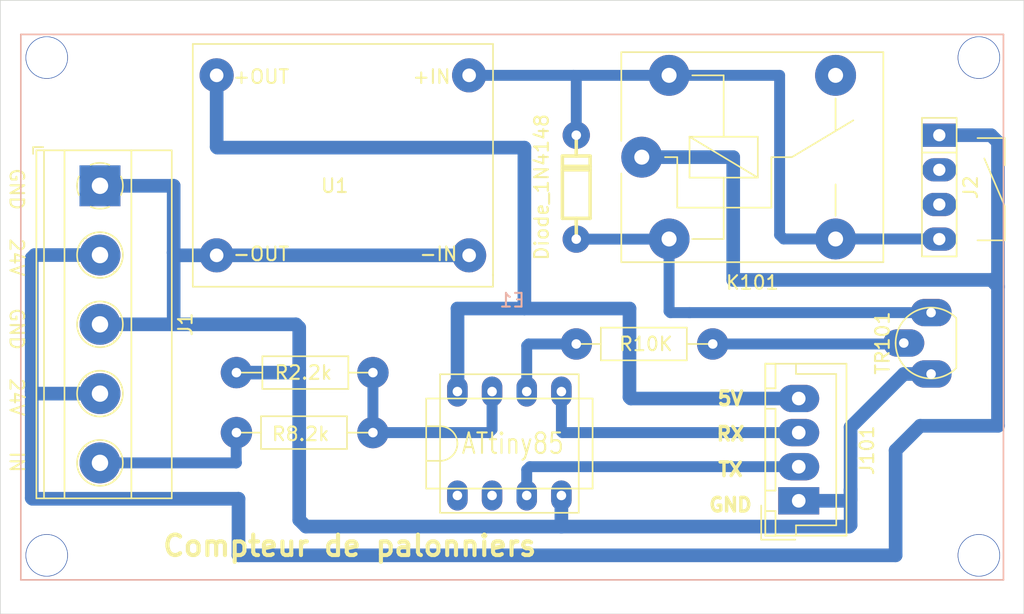
<source format=kicad_pcb>
(kicad_pcb (version 20171130) (host pcbnew "(5.1.9)-1")

  (general
    (thickness 1.6)
    (drawings 19)
    (tracks 95)
    (zones 0)
    (modules 12)
    (nets 12)
  )

  (page A4)
  (layers
    (0 F.Cu jumper)
    (31 B.Cu signal)
    (32 B.Adhes user)
    (33 F.Adhes user)
    (34 B.Paste user)
    (35 F.Paste user)
    (36 B.SilkS user)
    (37 F.SilkS user)
    (38 B.Mask user)
    (39 F.Mask user)
    (40 Dwgs.User user)
    (41 Cmts.User user)
    (42 Eco1.User user)
    (43 Eco2.User user)
    (44 Edge.Cuts user)
    (45 Margin user)
    (46 B.CrtYd user)
    (47 F.CrtYd user hide)
    (48 B.Fab user)
    (49 F.Fab user hide)
  )

  (setup
    (last_trace_width 0.8)
    (trace_clearance 0.25)
    (zone_clearance 0.508)
    (zone_45_only no)
    (trace_min 0.2)
    (via_size 0.8)
    (via_drill 0.4)
    (via_min_size 0.4)
    (via_min_drill 0.3)
    (uvia_size 0.3)
    (uvia_drill 0.1)
    (uvias_allowed no)
    (uvia_min_size 0.2)
    (uvia_min_drill 0.1)
    (edge_width 0.05)
    (segment_width 0.2)
    (pcb_text_width 0.3)
    (pcb_text_size 1.5 1.5)
    (mod_edge_width 0.12)
    (mod_text_size 1 1)
    (mod_text_width 0.15)
    (pad_size 2 3)
    (pad_drill 0.7)
    (pad_to_mask_clearance 0)
    (aux_axis_origin 115 130)
    (visible_elements 7FFEFFFF)
    (pcbplotparams
      (layerselection 0x01000_fffffffe)
      (usegerberextensions false)
      (usegerberattributes true)
      (usegerberadvancedattributes true)
      (creategerberjobfile true)
      (excludeedgelayer true)
      (linewidth 0.200000)
      (plotframeref false)
      (viasonmask false)
      (mode 1)
      (useauxorigin true)
      (hpglpennumber 1)
      (hpglpenspeed 20)
      (hpglpendiameter 15.000000)
      (psnegative false)
      (psa4output false)
      (plotreference true)
      (plotvalue true)
      (plotinvisibletext false)
      (padsonsilk false)
      (subtractmaskfromsilk false)
      (outputformat 1)
      (mirror false)
      (drillshape 0)
      (scaleselection 1)
      (outputdirectory "Gerber"))
  )

  (net 0 "")
  (net 1 "Net-(J1-Pad5)")
  (net 2 +24V)
  (net 3 GND)
  (net 4 +5V)
  (net 5 TX)
  (net 6 RX)
  (net 7 ON)
  (net 8 SIG)
  (net 9 "Net-(D101-Pad2)")
  (net 10 "Net-(R103-Pad2)")
  (net 11 14)

  (net_class Default "This is the default net class."
    (clearance 0.25)
    (trace_width 0.8)
    (via_dia 0.8)
    (via_drill 0.4)
    (uvia_dia 0.3)
    (uvia_drill 0.1)
    (add_net 14)
    (add_net "Net-(D101-Pad2)")
    (add_net "Net-(J1-Pad5)")
    (add_net "Net-(R103-Pad2)")
    (add_net ON)
    (add_net RX)
    (add_net SIG)
    (add_net TX)
  )

  (net_class P ""
    (clearance 0.25)
    (trace_width 1)
    (via_dia 0.8)
    (via_drill 0.4)
    (uvia_dia 0.3)
    (uvia_drill 0.1)
    (add_net +24V)
    (add_net +5V)
    (add_net GND)
  )

  (module Resistance:R_025W (layer F.Cu) (tedit 640AE660) (tstamp 6439055F)
    (at 162.3 110.1)
    (descr "Resistance 1/4w")
    (tags R)
    (path /643A4D4E)
    (autoplace_cost180 10)
    (fp_text reference R103 (at -0.2 0.1) (layer F.Fab) hide
      (effects (font (size 1 1) (thickness 0.15)))
    )
    (fp_text value R10K (at 0 0.1) (layer F.SilkS)
      (effects (font (size 1 1) (thickness 0.15)))
    )
    (fp_line (start 4.651 0.1) (end 3 0.1) (layer F.SilkS) (width 0.12))
    (fp_line (start -4.951 0.1) (end -3.3 0.1) (layer F.SilkS) (width 0.12))
    (fp_line (start -3.3 -1.1) (end 3 -1.1) (layer F.SilkS) (width 0.12))
    (fp_line (start 3 -1.1) (end 3 1.3) (layer F.SilkS) (width 0.12))
    (fp_line (start 3 1.3) (end -3.3 1.3) (layer F.SilkS) (width 0.12))
    (fp_line (start -3.3 1.3) (end -3.3 -1.1) (layer F.SilkS) (width 0.12))
    (pad 1 thru_hole circle (at -5.1 0.1) (size 2.3 2.3) (drill 0.7) (layers *.Cu *.Mask)
      (net 7 ON))
    (pad 2 thru_hole circle (at 4.9 0.1) (size 2.3 2.3) (drill 0.7) (layers *.Cu *.Mask)
      (net 10 "Net-(R103-Pad2)"))
    (model ${KISYS3DMOD}/Resistance3d/rc03.wrl
      (offset (xyz 0 -0.1 0))
      (scale (xyz 1.3 1 1))
      (rotate (xyz 0 0 0))
    )
  )

  (module TerminalBlock_Phoenix:TerminalBlock_Phoenix_MKDS-1,5-5-5.08_1x05_P5.08mm_Horizontal (layer F.Cu) (tedit 61F30061) (tstamp 6432C4A7)
    (at 122.3 98.6 270)
    (descr "Terminal Block Phoenix MKDS-1,5-5-5.08, 5 pins, pitch 5.08mm, size 25.4x9.8mm^2, drill diamater 1.3mm, pad diameter 2.6mm, see http://www.farnell.com/datasheets/100425.pdf, script-generated using https://github.com/pointhi/kicad-footprint-generator/scripts/TerminalBlock_Phoenix")
    (tags "THT Terminal Block Phoenix MKDS-1,5-5-5.08 pitch 5.08mm size 25.4x9.8mm^2 drill 1.3mm pad 2.6mm")
    (path /6432EBA0)
    (fp_text reference J1 (at 10.16 -6.26 270) (layer F.SilkS)
      (effects (font (size 1 1) (thickness 0.15)))
    )
    (fp_text value Conn_01x05 (at 10.16 5.66 90) (layer F.Fab)
      (effects (font (size 1 1) (thickness 0.15)))
    )
    (fp_line (start 10.5 4) (end 10 3) (layer Eco2.User) (width 0.12))
    (fp_line (start 9.5 4) (end 10.5 4) (layer Eco2.User) (width 0.12))
    (fp_line (start 10 3) (end 9.5 4) (layer Eco2.User) (width 0.12))
    (fp_circle (center 0 0) (end 1.5 0) (layer F.Fab) (width 0.1))
    (fp_circle (center 5.08 0) (end 6.58 0) (layer F.Fab) (width 0.1))
    (fp_circle (center 5.08 0) (end 6.76 0) (layer F.SilkS) (width 0.12))
    (fp_circle (center 10.16 0) (end 11.66 0) (layer F.Fab) (width 0.1))
    (fp_circle (center 10.16 0) (end 11.84 0) (layer F.SilkS) (width 0.12))
    (fp_circle (center 15.24 0) (end 16.74 0) (layer F.Fab) (width 0.1))
    (fp_circle (center 15.24 0) (end 16.92 0) (layer F.SilkS) (width 0.12))
    (fp_circle (center 20.32 0) (end 21.82 0) (layer F.Fab) (width 0.1))
    (fp_circle (center 20.32 0) (end 22 0) (layer F.SilkS) (width 0.12))
    (fp_line (start -2.54 -5.2) (end 22.86 -5.2) (layer F.Fab) (width 0.1))
    (fp_line (start 22.86 -5.2) (end 22.86 4.6) (layer F.Fab) (width 0.1))
    (fp_line (start 22.86 4.6) (end -2.04 4.6) (layer F.Fab) (width 0.1))
    (fp_line (start -2.04 4.6) (end -2.54 4.1) (layer F.Fab) (width 0.1))
    (fp_line (start -2.54 4.1) (end -2.54 -5.2) (layer F.Fab) (width 0.1))
    (fp_line (start -2.54 4.1) (end 22.86 4.1) (layer F.Fab) (width 0.1))
    (fp_line (start -2.6 4.1) (end 22.92 4.1) (layer F.SilkS) (width 0.12))
    (fp_line (start -2.54 2.6) (end 22.86 2.6) (layer F.Fab) (width 0.1))
    (fp_line (start -2.6 2.6) (end 22.92 2.6) (layer F.SilkS) (width 0.12))
    (fp_line (start -2.54 -2.3) (end 22.86 -2.3) (layer F.Fab) (width 0.1))
    (fp_line (start -2.6 -2.301) (end 22.92 -2.301) (layer F.SilkS) (width 0.12))
    (fp_line (start -2.6 -5.261) (end 22.92 -5.261) (layer F.SilkS) (width 0.12))
    (fp_line (start -2.6 4.66) (end 22.92 4.66) (layer F.SilkS) (width 0.12))
    (fp_line (start -2.6 -5.261) (end -2.6 4.66) (layer F.SilkS) (width 0.12))
    (fp_line (start 22.92 -5.261) (end 22.92 4.66) (layer F.SilkS) (width 0.12))
    (fp_line (start 1.138 -0.955) (end -0.955 1.138) (layer F.Fab) (width 0.1))
    (fp_line (start 0.955 -1.138) (end -1.138 0.955) (layer F.Fab) (width 0.1))
    (fp_line (start 6.218 -0.955) (end 4.126 1.138) (layer F.Fab) (width 0.1))
    (fp_line (start 6.035 -1.138) (end 3.943 0.955) (layer F.Fab) (width 0.1))
    (fp_line (start 6.355 -1.069) (end 6.308 -1.023) (layer F.SilkS) (width 0.12))
    (fp_line (start 4.046 1.239) (end 4.011 1.274) (layer F.SilkS) (width 0.12))
    (fp_line (start 6.15 -1.275) (end 6.115 -1.239) (layer F.SilkS) (width 0.12))
    (fp_line (start 3.853 1.023) (end 3.806 1.069) (layer F.SilkS) (width 0.12))
    (fp_line (start 11.298 -0.955) (end 9.206 1.138) (layer F.Fab) (width 0.1))
    (fp_line (start 11.115 -1.138) (end 9.023 0.955) (layer F.Fab) (width 0.1))
    (fp_line (start 11.435 -1.069) (end 11.388 -1.023) (layer F.SilkS) (width 0.12))
    (fp_line (start 9.126 1.239) (end 9.091 1.274) (layer F.SilkS) (width 0.12))
    (fp_line (start 11.23 -1.275) (end 11.195 -1.239) (layer F.SilkS) (width 0.12))
    (fp_line (start 8.933 1.023) (end 8.886 1.069) (layer F.SilkS) (width 0.12))
    (fp_line (start 16.378 -0.955) (end 14.286 1.138) (layer F.Fab) (width 0.1))
    (fp_line (start 16.195 -1.138) (end 14.103 0.955) (layer F.Fab) (width 0.1))
    (fp_line (start 16.515 -1.069) (end 16.468 -1.023) (layer F.SilkS) (width 0.12))
    (fp_line (start 14.206 1.239) (end 14.171 1.274) (layer F.SilkS) (width 0.12))
    (fp_line (start 16.31 -1.275) (end 16.275 -1.239) (layer F.SilkS) (width 0.12))
    (fp_line (start 14.013 1.023) (end 13.966 1.069) (layer F.SilkS) (width 0.12))
    (fp_line (start 21.458 -0.955) (end 19.366 1.138) (layer F.Fab) (width 0.1))
    (fp_line (start 21.275 -1.138) (end 19.183 0.955) (layer F.Fab) (width 0.1))
    (fp_line (start 21.595 -1.069) (end 21.548 -1.023) (layer F.SilkS) (width 0.12))
    (fp_line (start 19.286 1.239) (end 19.251 1.274) (layer F.SilkS) (width 0.12))
    (fp_line (start 21.39 -1.275) (end 21.355 -1.239) (layer F.SilkS) (width 0.12))
    (fp_line (start 19.093 1.023) (end 19.046 1.069) (layer F.SilkS) (width 0.12))
    (fp_line (start -2.84 4.16) (end -2.84 4.9) (layer F.SilkS) (width 0.12))
    (fp_line (start -2.84 4.9) (end -2.34 4.9) (layer F.SilkS) (width 0.12))
    (fp_line (start -3.04 -5.71) (end -3.04 5.1) (layer F.CrtYd) (width 0.05))
    (fp_line (start -3.04 5.1) (end 23.36 5.1) (layer F.CrtYd) (width 0.05))
    (fp_line (start 23.36 5.1) (end 23.36 -5.71) (layer F.CrtYd) (width 0.05))
    (fp_line (start 23.36 -5.71) (end -3.04 -5.71) (layer F.CrtYd) (width 0.05))
    (fp_text user %R (at 10.16 -3.5 90) (layer F.Fab)
      (effects (font (size 1 1) (thickness 0.15)))
    )
    (fp_arc (start 0 0) (end -0.684 1.535) (angle -25) (layer F.SilkS) (width 0.12))
    (fp_arc (start 0 0) (end -1.535 -0.684) (angle -48) (layer F.SilkS) (width 0.12))
    (fp_arc (start 0 0) (end 0.684 -1.535) (angle -48) (layer F.SilkS) (width 0.12))
    (fp_arc (start 0 0) (end 1.535 0.684) (angle -48) (layer F.SilkS) (width 0.12))
    (fp_arc (start 0 0) (end 0 1.68) (angle -24) (layer F.SilkS) (width 0.12))
    (pad 5 thru_hole circle (at 20.32 0 270) (size 3 3) (drill 1.2) (layers *.Cu *.Mask)
      (net 1 "Net-(J1-Pad5)"))
    (pad 4 thru_hole circle (at 15.24 0 270) (size 3 3) (drill 1.2) (layers *.Cu *.Mask)
      (net 2 +24V))
    (pad 3 thru_hole circle (at 10.16 0 270) (size 3 3) (drill 1.2) (layers *.Cu *.Mask)
      (net 3 GND))
    (pad 2 thru_hole circle (at 5.08 0 270) (size 3 3) (drill 1.2) (layers *.Cu *.Mask)
      (net 2 +24V))
    (pad 1 thru_hole rect (at 0 0 270) (size 3 3) (drill 1.2) (layers *.Cu *.Mask)
      (net 3 GND))
    (model ${KISYS3DMOD}/TerminalBlock_Phoenix.3dshapes/TerminalBlock_Phoenix_MKDS-1,5-5-5.08_1x05_P5.08mm_Horizontal.wrl
      (at (xyz 0 0 0))
      (scale (xyz 1 1 1))
      (rotate (xyz 0 0 0))
    )
  )

  (module Transistor:TO-92 (layer F.Cu) (tedit 6464A1F1) (tstamp 64390571)
    (at 183.2 111.4 90)
    (descr "TO-92 leads molded, narrow, drill 0.75mm (see NXP sot054_po.pdf)")
    (tags "to-92 sc-43 sc-43a sot54 PA33 transistor")
    (path /6439D8F7)
    (fp_text reference TR101 (at 1.27 -3.56 90) (layer F.SilkS)
      (effects (font (size 1 1) (thickness 0.15)))
    )
    (fp_text value Transistor_TO92 (at 1.27 2.79 90) (layer F.Fab)
      (effects (font (size 1 1) (thickness 0.15)))
    )
    (fp_line (start -0.53 1.85) (end 3.07 1.85) (layer F.SilkS) (width 0.12))
    (fp_line (start -0.5 1.75) (end 3 1.75) (layer F.Fab) (width 0.1))
    (fp_line (start -1.46 -2.73) (end 4 -2.73) (layer F.CrtYd) (width 0.05))
    (fp_line (start -1.46 -2.73) (end -1.46 2.01) (layer F.CrtYd) (width 0.05))
    (fp_line (start 4 2.01) (end 4 -2.73) (layer F.CrtYd) (width 0.05))
    (fp_line (start 4 2.01) (end -1.46 2.01) (layer F.CrtYd) (width 0.05))
    (fp_arc (start 1.27 0) (end 1.27 -2.6) (angle 135) (layer F.SilkS) (width 0.12))
    (fp_arc (start 1.27 0) (end 1.27 -2.48) (angle -135) (layer F.Fab) (width 0.1))
    (fp_arc (start 1.27 0) (end 1.27 -2.6) (angle -135) (layer F.SilkS) (width 0.12))
    (fp_arc (start 1.27 0) (end 1.27 -2.48) (angle 135) (layer F.Fab) (width 0.1))
    (fp_text user %R (at 1.27 0 90) (layer F.Fab)
      (effects (font (size 1 1) (thickness 0.15)))
    )
    (pad 1 thru_hole oval (at -1 0 90) (size 2 3) (drill 0.7) (layers *.Cu *.Mask)
      (net 3 GND))
    (pad 3 thru_hole oval (at 3.5 0 90) (size 2 3) (drill 0.7) (layers *.Cu *.Mask)
      (net 9 "Net-(D101-Pad2)"))
    (pad 2 thru_hole oval (at 1.27 -2 90) (size 2 3) (drill 0.7) (layers *.Cu *.Mask)
      (net 10 "Net-(R103-Pad2)"))
    (model ${KISYS3DMOD}/Transistor3d/TO-92.wrl
      (offset (xyz -1 0 0))
      (scale (xyz 1.8 1.6 1))
      (rotate (xyz 0 0 0))
    )
  )

  (module Relay_THT:Relais_SRD (layer F.Cu) (tedit 6395C9BB) (tstamp 64390527)
    (at 162 96.5)
    (path /6439057C)
    (fp_text reference K101 (at 8.1 9.2) (layer F.SilkS)
      (effects (font (size 1 1) (thickness 0.15)))
    )
    (fp_text value RelaisSRD (at 8 -9.6) (layer F.Fab)
      (effects (font (size 1 1) (thickness 0.15)))
    )
    (fp_line (start -1.5 1.2) (end -1.5 7.7) (layer F.SilkS) (width 0.12))
    (fp_line (start -1.5 -7.7) (end -1.5 -1.2) (layer F.SilkS) (width 0.12))
    (fp_line (start -1.5 -7.7) (end 17.7 -7.7) (layer F.SilkS) (width 0.12))
    (fp_line (start 17.7 -7.7) (end 17.7 7.7) (layer F.SilkS) (width 0.12))
    (fp_line (start 17.7 7.7) (end -1.5 7.7) (layer F.SilkS) (width 0.12))
    (fp_line (start -1.4 -7.6) (end 17.6 -7.6) (layer F.Fab) (width 0.1))
    (fp_line (start 17.6 -7.6) (end 17.6 7.6) (layer F.Fab) (width 0.1))
    (fp_line (start 17.6 7.6) (end -1.4 7.6) (layer F.Fab) (width 0.1))
    (fp_line (start -1.4 7.6) (end -1.4 -7.6) (layer F.Fab) (width 0.1))
    (fp_line (start 17.85 -7.85) (end -1.75 -7.85) (layer F.CrtYd) (width 0.05))
    (fp_line (start -1.75 7.85) (end -1.75 -7.85) (layer F.CrtYd) (width 0.05))
    (fp_line (start 17.85 -7.85) (end 17.85 7.85) (layer F.CrtYd) (width 0.05))
    (fp_line (start -1.75 7.85) (end 17.85 7.85) (layer F.CrtYd) (width 0.05))
    (fp_line (start 14.2 4.3) (end 14.2 2) (layer F.SilkS) (width 0.12))
    (fp_line (start 14.2 -4.3) (end 14.2 -2) (layer F.SilkS) (width 0.12))
    (fp_line (start 3.7 6) (end 6 6) (layer F.SilkS) (width 0.12))
    (fp_line (start 2.6 0) (end 1.7 0) (layer F.SilkS) (width 0.12))
    (fp_line (start 6 -6) (end 3.7 -6) (layer F.SilkS) (width 0.12))
    (fp_line (start 9.5 0) (end 11 0) (layer F.SilkS) (width 0.12))
    (fp_line (start 11 0) (end 15.5 -2.7) (layer F.SilkS) (width 0.12))
    (fp_line (start 9.5 3.7) (end 2.6 3.7) (layer F.SilkS) (width 0.12))
    (fp_line (start 9.5 0) (end 9.5 3.7) (layer F.SilkS) (width 0.12))
    (fp_line (start 2.6 0) (end 2.6 3.7) (layer F.SilkS) (width 0.12))
    (fp_line (start 6 -6) (end 6 -1.5) (layer F.SilkS) (width 0.12))
    (fp_line (start 6 1.5) (end 6 6) (layer F.SilkS) (width 0.12))
    (fp_line (start 8.5 1.5) (end 3.5 -1.5) (layer F.SilkS) (width 0.12))
    (fp_line (start 3.5 1.5) (end 3.5 -1.5) (layer F.SilkS) (width 0.12))
    (fp_line (start 3.5 -1.5) (end 8.5 -1.5) (layer F.SilkS) (width 0.12))
    (fp_line (start 8.5 -1.5) (end 8.5 1.5) (layer F.SilkS) (width 0.12))
    (fp_line (start 8.5 1.5) (end 3.5 1.5) (layer F.SilkS) (width 0.12))
    (fp_text user %R (at 7.1 0.025) (layer F.Fab) hide
      (effects (font (size 1 1) (thickness 0.15)))
    )
    (pad 11 thru_hole circle (at 0 0) (size 3 3) (drill 1.1) (layers *.Cu *.Mask)
      (net 2 +24V))
    (pad A2 thru_hole circle (at 2 -6) (size 3 3) (drill 1.1) (layers *.Cu *.Mask)
      (net 11 14))
    (pad 12 thru_hole circle (at 14.2 -6) (size 3 3) (drill 1.1) (layers *.Cu *.Mask))
    (pad 14 thru_hole circle (at 14.2 6) (size 3 3) (drill 1.1) (layers *.Cu *.Mask)
      (net 11 14))
    (pad A1 thru_hole circle (at 2 6) (size 3 3) (drill 1.1) (layers *.Cu *.Mask)
      (net 9 "Net-(D101-Pad2)"))
    (model ${KISYS3DMOD}/Relay_THT.3dshapes/Relay_SPDT_Finder_36.11.wrl
      (at (xyz 0 0 0))
      (scale (xyz 1 1 1))
      (rotate (xyz 0 0 0))
    )
  )

  (module Connecteur_jst:JST_XH_B04B-XH-A_04x2.50mm_Straight (layer F.Cu) (tedit 61E16DC3) (tstamp 643904FF)
    (at 173.5 121.7 90)
    (descr "JST XH series connector, B04B-XH-A, top entry type, through hole")
    (tags "connector jst xh tht top vertical 2.50mm")
    (path /643A843B)
    (fp_text reference J101 (at 3.7 5 90) (layer F.SilkS)
      (effects (font (size 1 1) (thickness 0.15)))
    )
    (fp_text value Connecteur_Nextion (at 3.75 4.5 90) (layer F.Fab)
      (effects (font (size 1 1) (thickness 0.15)))
    )
    (fp_line (start -2.85 -2.75) (end -2.85 -0.25) (layer F.Fab) (width 0.1))
    (fp_line (start -0.35 -2.75) (end -2.85 -2.75) (layer F.Fab) (width 0.1))
    (fp_line (start -2.85 -2.75) (end -2.85 -0.25) (layer F.SilkS) (width 0.12))
    (fp_line (start -0.35 -2.75) (end -2.85 -2.75) (layer F.SilkS) (width 0.12))
    (fp_line (start 9.3 2.75) (end 3.75 2.75) (layer F.SilkS) (width 0.12))
    (fp_line (start 9.3 -0.2) (end 9.3 2.75) (layer F.SilkS) (width 0.12))
    (fp_line (start 10.05 -0.2) (end 9.3 -0.2) (layer F.SilkS) (width 0.12))
    (fp_line (start -1.8 2.75) (end 3.75 2.75) (layer F.SilkS) (width 0.12))
    (fp_line (start -1.8 -0.2) (end -1.8 2.75) (layer F.SilkS) (width 0.12))
    (fp_line (start -2.55 -0.2) (end -1.8 -0.2) (layer F.SilkS) (width 0.12))
    (fp_line (start 10.05 -2.45) (end 8.25 -2.45) (layer F.SilkS) (width 0.12))
    (fp_line (start 10.05 -1.7) (end 10.05 -2.45) (layer F.SilkS) (width 0.12))
    (fp_line (start 8.25 -1.7) (end 10.05 -1.7) (layer F.SilkS) (width 0.12))
    (fp_line (start 8.25 -2.45) (end 8.25 -1.7) (layer F.SilkS) (width 0.12))
    (fp_line (start -0.75 -2.45) (end -2.55 -2.45) (layer F.SilkS) (width 0.12))
    (fp_line (start -0.75 -1.7) (end -0.75 -2.45) (layer F.SilkS) (width 0.12))
    (fp_line (start -2.55 -1.7) (end -0.75 -1.7) (layer F.SilkS) (width 0.12))
    (fp_line (start -2.55 -2.45) (end -2.55 -1.7) (layer F.SilkS) (width 0.12))
    (fp_line (start 6.75 -2.45) (end 0.75 -2.45) (layer F.SilkS) (width 0.12))
    (fp_line (start 6.75 -1.7) (end 6.75 -2.45) (layer F.SilkS) (width 0.12))
    (fp_line (start 0.75 -1.7) (end 6.75 -1.7) (layer F.SilkS) (width 0.12))
    (fp_line (start 0.75 -2.45) (end 0.75 -1.7) (layer F.SilkS) (width 0.12))
    (fp_line (start 10.05 -2.45) (end -2.55 -2.45) (layer F.SilkS) (width 0.12))
    (fp_line (start 10.05 3.5) (end 10.05 -2.45) (layer F.SilkS) (width 0.12))
    (fp_line (start -2.55 3.5) (end 10.05 3.5) (layer F.SilkS) (width 0.12))
    (fp_line (start -2.55 -2.45) (end -2.55 3.5) (layer F.SilkS) (width 0.12))
    (fp_line (start 10.45 -2.85) (end -2.95 -2.85) (layer F.CrtYd) (width 0.05))
    (fp_line (start 10.45 3.9) (end 10.45 -2.85) (layer F.CrtYd) (width 0.05))
    (fp_line (start -2.95 3.9) (end 10.45 3.9) (layer F.CrtYd) (width 0.05))
    (fp_line (start -2.95 -2.85) (end -2.95 3.9) (layer F.CrtYd) (width 0.05))
    (fp_line (start 9.95 -2.35) (end -2.45 -2.35) (layer F.Fab) (width 0.1))
    (fp_line (start 9.95 3.4) (end 9.95 -2.35) (layer F.Fab) (width 0.1))
    (fp_line (start -2.45 3.4) (end 9.95 3.4) (layer F.Fab) (width 0.1))
    (fp_line (start -2.45 -2.35) (end -2.45 3.4) (layer F.Fab) (width 0.1))
    (fp_text user %R (at 3.75 2.5 90) (layer F.Fab)
      (effects (font (size 1 1) (thickness 0.15)))
    )
    (pad 4 thru_hole oval (at 7.5 0 90) (size 2 3) (drill 1) (layers *.Cu *.Mask)
      (net 4 +5V))
    (pad 3 thru_hole oval (at 5 0 90) (size 2 3) (drill 1) (layers *.Cu *.Mask)
      (net 6 RX))
    (pad 2 thru_hole oval (at 2.5 0 90) (size 2 3) (drill 1) (layers *.Cu *.Mask)
      (net 5 TX))
    (pad 1 thru_hole rect (at 0 0 90) (size 2 3) (drill 1) (layers *.Cu *.Mask)
      (net 3 GND))
    (model ${KISYS3DMOD}/Connector_JST.3dshapes/JST_XH_B4B-XH-A_1x04_P2.50mm_Vertical.wrl
      (at (xyz 0 0 0))
      (scale (xyz 1 1 1))
      (rotate (xyz 0 0 0))
    )
  )

  (module pth_diodes:diode_do35 (layer F.Cu) (tedit 6425549D) (tstamp 64390414)
    (at 157.2 98.7 90)
    (descr "Diode, DO-35 package")
    (path /6439AB6F)
    (fp_text reference D101 (at 0 2.54 90) (layer F.Fab) hide
      (effects (font (size 1.524 1.524) (thickness 0.3048)))
    )
    (fp_text value Diode_1N4148 (at 0 -2.54 90) (layer F.SilkS)
      (effects (font (size 1 1) (thickness 0.15)))
    )
    (fp_line (start -2.286 1.016) (end -2.286 -1.016) (layer F.SilkS) (width 0.254))
    (fp_line (start 2.286 1.016) (end -2.286 1.016) (layer F.SilkS) (width 0.254))
    (fp_line (start 2.286 -1.016) (end 2.286 1.016) (layer F.SilkS) (width 0.254))
    (fp_line (start -2.286 -1.016) (end 2.286 -1.016) (layer F.SilkS) (width 0.254))
    (fp_line (start -2.286 0) (end -3.81 0) (layer F.SilkS) (width 0.254))
    (fp_line (start 3.81 0) (end 2.286 0) (layer F.SilkS) (width 0.254))
    (fp_line (start 1.27 -1.016) (end 1.27 1.016) (layer F.SilkS) (width 0.254))
    (fp_line (start 1.524 1.016) (end 1.524 -1.016) (layer F.SilkS) (width 0.254))
    (pad 1 thru_hole circle (at 3.81 0 90) (size 2 2) (drill 0.7) (layers *.Cu *.Mask)
      (net 11 14))
    (pad 2 thru_hole circle (at -3.81 0 90) (size 2 2) (drill 0.7) (layers *.Cu *.Mask)
      (net 9 "Net-(D101-Pad2)"))
    (model walter/pth_diodes/diode_do35.wrl
      (at (xyz 0 0 0))
      (scale (xyz 1 1 1))
      (rotate (xyz 0 0 0))
    )
    (model ${KISYS3DMOD}/Diode_THT.3dshapes/D_DO-35_SOD27_P7.62mm_Horizontal.wrl
      (offset (xyz 3.8 0 0))
      (scale (xyz 1 1 1))
      (rotate (xyz 0 0 180))
    )
  )

  (module pin_2_54mm:pin_strip_4 (layer F.Cu) (tedit 643518E4) (tstamp 64341219)
    (at 183.8 98.7 270)
    (descr "Pin strip 4pin")
    (tags "CONN DEV")
    (path /643D02A0)
    (fp_text reference J2 (at 0.01 -2.3 90) (layer F.SilkS)
      (effects (font (size 1 1) (thickness 0.15)))
    )
    (fp_text value Conn_01x04 (at 0.254 -3.556 90) (layer F.Fab) hide
      (effects (font (size 1 1) (thickness 0.2)))
    )
    (fp_line (start 5.08 -1.27) (end 5.08 1.27) (layer F.SilkS) (width 0.12))
    (fp_line (start -5.08 1.27) (end -5.08 -1.27) (layer F.SilkS) (width 0.12))
    (fp_line (start -5.08 -1.27) (end 5.08 -1.27) (layer F.SilkS) (width 0.12))
    (fp_line (start 5.08 1.27) (end -5.08 1.27) (layer F.SilkS) (width 0.12))
    (fp_line (start -2.54 -1.27) (end -2.54 1.27) (layer F.SilkS) (width 0.12))
    (pad 4 thru_hole oval (at 3.81 0 270) (size 1.7 2.5) (drill 0.9) (layers *.Cu *.Mask)
      (net 11 14))
    (pad 3 thru_hole oval (at 1.27 0 270) (size 1.7 2.5) (drill 0.9) (layers *.Cu *.Mask))
    (pad 2 thru_hole oval (at -1.27 0 270) (size 1.7 2.5) (drill 0.9) (layers *.Cu *.Mask))
    (pad 1 thru_hole rect (at -3.81 0 270) (size 1.7 2.5) (drill 0.9) (layers *.Cu *.Mask)
      (net 2 +24V))
    (model ${KISYS3DMOD}/walter/pin_strip_2mm54.3dshapes/pin_strip_4.wrl
      (at (xyz 0 0 0))
      (scale (xyz 1 1 1))
      (rotate (xyz 0 0 0))
    )
    (model ${KISYS3DMOD}/pin_strip_2mm54.3dshapes/pin_strip_4.wrl
      (at (xyz 0 0 0))
      (scale (xyz 1 1 1))
      (rotate (xyz 0 0 0))
    )
  )

  (module Resistance:R_025W (layer F.Cu) (tedit 640AE660) (tstamp 64356278)
    (at 137.2 112.4 180)
    (descr "Resistance 1/4w")
    (tags R)
    (path /6436626B)
    (autoplace_cost180 10)
    (fp_text reference R102 (at -0.2 0.1) (layer F.Fab) hide
      (effects (font (size 1 1) (thickness 0.15)))
    )
    (fp_text value R2.2k (at 0 0.1) (layer F.SilkS)
      (effects (font (size 1 1) (thickness 0.15)))
    )
    (fp_line (start 4.651 0.1) (end 3 0.1) (layer F.SilkS) (width 0.12))
    (fp_line (start -4.951 0.1) (end -3.3 0.1) (layer F.SilkS) (width 0.12))
    (fp_line (start -3.3 -1.1) (end 3 -1.1) (layer F.SilkS) (width 0.12))
    (fp_line (start 3 -1.1) (end 3 1.3) (layer F.SilkS) (width 0.12))
    (fp_line (start 3 1.3) (end -3.3 1.3) (layer F.SilkS) (width 0.12))
    (fp_line (start -3.3 1.3) (end -3.3 -1.1) (layer F.SilkS) (width 0.12))
    (pad 1 thru_hole circle (at -5.1 0.1 180) (size 2.3 2.3) (drill 0.7) (layers *.Cu *.Mask)
      (net 8 SIG))
    (pad 2 thru_hole circle (at 4.9 0.1 180) (size 2.3 2.3) (drill 0.7) (layers *.Cu *.Mask)
      (net 3 GND))
    (model ${KISYS3DMOD}/Resistance3d/rc03.wrl
      (offset (xyz 0 -0.1 0))
      (scale (xyz 1.3 1 1))
      (rotate (xyz 0 0 0))
    )
  )

  (module Resistance:R_025W (layer F.Cu) (tedit 640AE660) (tstamp 6435626C)
    (at 137.4 116.6)
    (descr "Resistance 1/4w")
    (tags R)
    (path /643650F0)
    (autoplace_cost180 10)
    (fp_text reference R101 (at -0.2 0.1) (layer F.Fab) hide
      (effects (font (size 1 1) (thickness 0.15)))
    )
    (fp_text value R8.2k (at -0.4 0.2) (layer F.SilkS)
      (effects (font (size 1 1) (thickness 0.15)))
    )
    (fp_line (start 4.651 0.1) (end 3 0.1) (layer F.SilkS) (width 0.12))
    (fp_line (start -4.951 0.1) (end -3.3 0.1) (layer F.SilkS) (width 0.12))
    (fp_line (start -3.3 -1.1) (end 3 -1.1) (layer F.SilkS) (width 0.12))
    (fp_line (start 3 -1.1) (end 3 1.3) (layer F.SilkS) (width 0.12))
    (fp_line (start 3 1.3) (end -3.3 1.3) (layer F.SilkS) (width 0.12))
    (fp_line (start -3.3 1.3) (end -3.3 -1.1) (layer F.SilkS) (width 0.12))
    (pad 1 thru_hole circle (at -5.1 0.1) (size 2.3 2.3) (drill 0.7) (layers *.Cu *.Mask)
      (net 1 "Net-(J1-Pad5)"))
    (pad 2 thru_hole circle (at 4.9 0.1) (size 2.3 2.3) (drill 0.7) (layers *.Cu *.Mask)
      (net 8 SIG))
    (model ${KISYS3DMOD}/Resistance3d/rc03.wrl
      (offset (xyz 0 -0.1 0))
      (scale (xyz 1.3 1 1))
      (rotate (xyz 0 0 0))
    )
  )

  (module Microcontroleurs:dil_8-300_socket (layer F.Cu) (tedit 64351584) (tstamp 643559BA)
    (at 152.3 117.5)
    (descr "IC, DIL8 x 0,3\", with socket")
    (tags DIL)
    (path /6435DCED)
    (fp_text reference U2 (at 0 -6.6) (layer F.SilkS) hide
      (effects (font (size 1.5 1.2) (thickness 0.15)))
    )
    (fp_text value ATtiny85 (at 0.25 0) (layer F.SilkS)
      (effects (font (size 1.5 1.2) (thickness 0.15)))
    )
    (fp_line (start 5.08 5.08) (end -5.08 5.08) (layer F.SilkS) (width 0.12))
    (fp_line (start -6.096 3.302) (end 6.096 3.302) (layer F.SilkS) (width 0.12))
    (fp_line (start 5.08 -5.08) (end -5.08 -5.08) (layer F.SilkS) (width 0.12))
    (fp_line (start -6.096 -3.302) (end 6.096 -3.302) (layer F.SilkS) (width 0.12))
    (fp_line (start -5.08 1.27) (end -6.096 1.27) (layer F.SilkS) (width 0.12))
    (fp_line (start -5.08 -1.27) (end -6.096 -1.27) (layer F.SilkS) (width 0.12))
    (fp_line (start 5.08 -5.08) (end 5.08 5.08) (layer F.SilkS) (width 0.12))
    (fp_line (start -5.08 5.08) (end -5.08 -5.08) (layer F.SilkS) (width 0.12))
    (fp_line (start 6.096 -3.302) (end 6.096 3.302) (layer F.SilkS) (width 0.12))
    (fp_line (start -6.096 3.302) (end -6.096 -3.302) (layer F.SilkS) (width 0.12))
    (fp_arc (start -5.08 0) (end -3.81 0) (angle 90) (layer F.SilkS) (width 0.12))
    (fp_arc (start -5.08 0) (end -5.08 -1.27) (angle 90) (layer F.SilkS) (width 0.12))
    (pad 8 thru_hole oval (at -3.81 -3.81) (size 1.5 2.2) (drill 0.7) (layers *.Cu *.Mask)
      (net 4 +5V))
    (pad 7 thru_hole oval (at -1.27 -3.81) (size 1.5 2.2) (drill 0.7) (layers *.Cu *.Mask)
      (net 8 SIG))
    (pad 6 thru_hole oval (at 1.27 -3.81) (size 1.5 2.2) (drill 0.7) (layers *.Cu *.Mask)
      (net 7 ON))
    (pad 5 thru_hole oval (at 3.81 -3.81) (size 1.5 2.2) (drill 0.7) (layers *.Cu *.Mask)
      (net 6 RX))
    (pad 4 thru_hole oval (at 3.81 3.81) (size 1.5 2.2) (drill 0.7) (layers *.Cu *.Mask)
      (net 3 GND))
    (pad 3 thru_hole oval (at 1.27 3.81) (size 1.5 2.2) (drill 0.7) (layers *.Cu *.Mask)
      (net 5 TX))
    (pad 2 thru_hole oval (at -1.27 3.81) (size 1.5 2.2) (drill 0.7) (layers *.Cu *.Mask))
    (pad 1 thru_hole oval (at -3.81 3.81) (size 1.5 2.2) (drill 0.7) (layers *.Cu *.Mask))
    (model ${KISYS3DMOD}/Dip3d/DIP-8_W7.62mm_Socket.wrl
      (offset (xyz -3.75 -3.75 0))
      (scale (xyz 1 1 1))
      (rotate (xyz 0 0 -90))
    )
    (model ${KISYS3DMOD}/Dip3d/DIP-8_W7.62mm.wrl
      (offset (xyz -3.75 -3.75 4))
      (scale (xyz 1 1 1))
      (rotate (xyz 0 0 -90))
    )
  )

  (module Convertisseur:MP1584 (layer F.Cu) (tedit 64255363) (tstamp 6432C518)
    (at 140.1 97.1 180)
    (descr "Convertisseur DC-DC")
    (path /6432D7F0)
    (fp_text reference U1 (at 0.6 -1.5) (layer F.SilkS)
      (effects (font (size 1 1) (thickness 0.15)))
    )
    (fp_text value MP1584 (at 0 -1.5) (layer F.Fab)
      (effects (font (size 1 1) (thickness 0.15)))
    )
    (fp_line (start -11 8.9) (end -11 -8.1) (layer F.SilkS) (width 0.12))
    (fp_line (start 11 8.9) (end -11 8.9) (layer F.SilkS) (width 0.12))
    (fp_line (start 11 -8) (end 11 8.9) (layer F.SilkS) (width 0.12))
    (fp_line (start -11 -8.9) (end 11 -8.9) (layer F.SilkS) (width 0.12))
    (fp_line (start -11 -8) (end -11 -8.9) (layer F.SilkS) (width 0.12))
    (fp_line (start 11 -8) (end 11 -8.9) (layer F.SilkS) (width 0.12))
    (fp_text user +OUT (at 6 6.5) (layer F.SilkS)
      (effects (font (size 1 1) (thickness 0.15)))
    )
    (fp_text user -OUT (at 6 -6.5) (layer F.SilkS)
      (effects (font (size 1 1) (thickness 0.15)))
    )
    (fp_text user +IN (at -6.5 6.5) (layer F.SilkS)
      (effects (font (size 1 1) (thickness 0.15)))
    )
    (fp_text user -IN (at -7 -6.5) (layer F.SilkS)
      (effects (font (size 1 1) (thickness 0.15)))
    )
    (pad 4 thru_hole circle (at 9.25 6.6 180) (size 2.5 2.5) (drill 1) (layers *.Cu *.Mask)
      (net 4 +5V))
    (pad 3 thru_hole circle (at 9.25 -6.6 180) (size 2.5 2.5) (drill 1) (layers *.Cu *.Mask)
      (net 3 GND))
    (pad 2 thru_hole circle (at -9.25 6.6 180) (size 2.5 2.5) (drill 1) (layers *.Cu *.Mask)
      (net 11 14))
    (pad 1 thru_hole circle (at -9.25 -6.6 180) (size 2.5 2.5) (drill 1) (layers *.Cu *.Mask)
      (net 3 GND))
    (model ${KISYS3DMOD}/Convertisseur/MP1584.step
      (offset (xyz 0 0 2.5))
      (scale (xyz 1 1 1))
      (rotate (xyz 0 0 0))
    )
    (model ${KISYS3DMOD}/pin_strip_2mm54.3dshapes/pin_strip_1.wrl
      (offset (xyz -9.199999999999999 6.5 2.5))
      (scale (xyz 1 1 1))
      (rotate (xyz 0 180 0))
    )
    (model ${KISYS3DMOD}/pin_strip_2mm54.3dshapes/pin_strip_1.wrl
      (offset (xyz 9.199999999999999 6.5 2.5))
      (scale (xyz 1 1 1))
      (rotate (xyz 0 180 0))
    )
    (model ${KISYS3DMOD}/pin_strip_2mm54.3dshapes/pin_strip_1.wrl
      (offset (xyz -9.220000000000001 -6.5 2.5))
      (scale (xyz 1 1 1))
      (rotate (xyz 0 -180 0))
    )
    (model ${KISYS3DMOD}/pin_strip_2mm54.3dshapes/pin_strip_1.wrl
      (offset (xyz 9.199999999999999 -6.5 2.5))
      (scale (xyz 1 1 1))
      (rotate (xyz 0 180 0))
    )
  )

  (module Ecran:Nextion_24 (layer B.Cu) (tedit 61F2F6CD) (tstamp 6432C45D)
    (at 152.5 107.5)
    (path /6434D098)
    (fp_text reference E1 (at 0 -0.5) (layer B.SilkS)
      (effects (font (size 1 1) (thickness 0.15)) (justify mirror))
    )
    (fp_text value Ecran (at 0 0.5) (layer B.Fab)
      (effects (font (size 1 1) (thickness 0.15)) (justify mirror))
    )
    (fp_line (start -36 -20) (end -36 20) (layer B.SilkS) (width 0.12))
    (fp_line (start 36 -20) (end -36 -20) (layer B.SilkS) (width 0.12))
    (fp_line (start 36 20) (end 36 -20) (layer B.SilkS) (width 0.12))
    (fp_line (start -36 20) (end 36 20) (layer B.SilkS) (width 0.12))
    (pad "" np_thru_hole circle (at -34.1 -18.3) (size 3.1 3.1) (drill 3) (layers *.Cu *.Mask)
      (zone_connect 0))
    (pad "" np_thru_hole circle (at 34.2 -18.3) (size 3.1 3.1) (drill 3) (layers *.Cu *.Mask)
      (zone_connect 0))
    (pad "" np_thru_hole circle (at 34.2 18.2) (size 3.1 3.1) (drill 3) (layers *.Cu *.Mask)
      (zone_connect 0))
    (pad "" np_thru_hole circle (at -34.1 18.2) (size 3.1 3.1) (drill 3) (layers *.Cu *.Mask)
      (zone_connect 0))
    (model "${KISYS3DMOD}/3d_screen/Nextion 2.4 v15.wrl"
      (offset (xyz 0 0 12))
      (scale (xyz 1 1 1))
      (rotate (xyz 0 0 0))
    )
    (model ${KISYS3DMOD}/3d_entretoises/M3x5.5_MF_TORRETTA.wrl
      (offset (xyz 34 18 0))
      (scale (xyz 1 1 1))
      (rotate (xyz 0 0 0))
    )
    (model ${KISYS3DMOD}/3d_entretoises/M3x5.5_MF_TORRETTA.wrl
      (offset (xyz 34 -18 0))
      (scale (xyz 1 1 1))
      (rotate (xyz 0 0 0))
    )
    (model ${KISYS3DMOD}/3d_entretoises/M3x5.5_MF_TORRETTA.wrl
      (offset (xyz -34 18 0))
      (scale (xyz 1 1 1))
      (rotate (xyz 0 0 0))
    )
    (model ${KISYS3DMOD}/3d_entretoises/M3x5.5_MF_TORRETTA.wrl
      (offset (xyz -34 -18 0))
      (scale (xyz 1 1 1))
      (rotate (xyz 0 0 0))
    )
  )

  (gr_line (start 115 130) (end 115 85) (layer Edge.Cuts) (width 0.05) (tstamp 64649D61))
  (gr_line (start 190 130) (end 115 130) (layer Edge.Cuts) (width 0.05))
  (gr_line (start 190 85) (end 190 130) (layer Edge.Cuts) (width 0.05))
  (gr_line (start 115 85) (end 190 85) (layer Edge.Cuts) (width 0.05))
  (gr_text GND (at 168.5 122) (layer F.SilkS)
    (effects (font (size 1 1) (thickness 0.25)))
  )
  (gr_text TX (at 168.5 119.4) (layer F.SilkS)
    (effects (font (size 1 1) (thickness 0.25)))
  )
  (gr_text RX (at 168.5 116.8) (layer F.SilkS)
    (effects (font (size 1 1) (thickness 0.25)))
  )
  (gr_text 5V (at 168.5 114.2) (layer F.SilkS)
    (effects (font (size 1 1) (thickness 0.25)))
  )
  (gr_text "Compteur de palonniers" (at 140.6 125) (layer F.SilkS)
    (effects (font (size 1.5 1.5) (thickness 0.3)))
  )
  (gr_line (start 188.6 100.1) (end 187.1 96.6) (layer F.SilkS) (width 0.12))
  (gr_line (start 188.6 102.6) (end 188.6 100.1) (layer F.SilkS) (width 0.12))
  (gr_line (start 186.6 102.6) (end 188.6 102.6) (layer F.SilkS) (width 0.12))
  (gr_line (start 188.6 95.1) (end 188.6 97.1) (layer F.SilkS) (width 0.12))
  (gr_line (start 186.6 95.1) (end 188.6 95.1) (layer F.SilkS) (width 0.12))
  (gr_text IN (at 116.2 118.85 -90) (layer F.SilkS) (tstamp 64342C69)
    (effects (font (size 1 1) (thickness 0.15)))
  )
  (gr_text 24V (at 116.2 114.1 -90) (layer F.SilkS) (tstamp 64342C64)
    (effects (font (size 1 1) (thickness 0.15)))
  )
  (gr_text GND (at 116.2 109.1 -90) (layer F.SilkS) (tstamp 64342C5F)
    (effects (font (size 1 1) (thickness 0.15)))
  )
  (gr_text GND (at 116.2 98.85 -90) (layer F.SilkS) (tstamp 64342C57)
    (effects (font (size 1 1) (thickness 0.15)))
  )
  (gr_text 24V (at 116.2 103.85 270) (layer F.SilkS)
    (effects (font (size 1 1) (thickness 0.15)))
  )

  (segment (start 122.3 118.92) (end 132.28 118.92) (width 0.8) (layer B.Cu) (net 1))
  (segment (start 132.28 118.92) (end 132.3 118.9) (width 0.8) (layer B.Cu) (net 1))
  (segment (start 132.28 116.72) (end 132.3 116.7) (width 0.8) (layer B.Cu) (net 1))
  (segment (start 132.28 118.92) (end 132.28 116.72) (width 0.8) (layer B.Cu) (net 1))
  (segment (start 122.3 103.68) (end 117.52 103.68) (width 1) (layer B.Cu) (net 2))
  (segment (start 180.6 118) (end 182.4 116.2) (width 1) (layer B.Cu) (net 2))
  (segment (start 182.4 116.2) (end 188.1 116.2) (width 1) (layer B.Cu) (net 2))
  (segment (start 180.6 125.7) (end 180.6 118) (width 1) (layer B.Cu) (net 2))
  (segment (start 132.449998 121.549998) (end 132.449998 125.7) (width 1) (layer B.Cu) (net 2))
  (segment (start 132.449998 125.7) (end 180.6 125.7) (width 1) (layer B.Cu) (net 2))
  (segment (start 117.349998 121.549998) (end 132.449998 121.549998) (width 1) (layer B.Cu) (net 2))
  (segment (start 117.3 121.5) (end 117.349998 121.549998) (width 1) (layer B.Cu) (net 2))
  (segment (start 162 96.5) (end 168.7 96.5) (width 1) (layer B.Cu) (net 2))
  (segment (start 168.7 96.5) (end 168.7 105.5) (width 1) (layer B.Cu) (net 2))
  (segment (start 168.7 105.5) (end 187.6 105.5) (width 1) (layer B.Cu) (net 2))
  (segment (start 187.6 105.5) (end 188.1 106) (width 1) (layer B.Cu) (net 2))
  (segment (start 188.1 116.2) (end 188.1 106) (width 1) (layer B.Cu) (net 2))
  (segment (start 117.3 103.9) (end 117.52 103.68) (width 1) (layer B.Cu) (net 2))
  (segment (start 117.44 113.84) (end 117.3 113.7) (width 1) (layer B.Cu) (net 2))
  (segment (start 122.3 113.84) (end 117.44 113.84) (width 1) (layer B.Cu) (net 2))
  (segment (start 117.3 113.7) (end 117.3 103.9) (width 1) (layer B.Cu) (net 2))
  (segment (start 117.3 121.5) (end 117.3 113.7) (width 1) (layer B.Cu) (net 2))
  (segment (start 188.1 106) (end 188.1 95.4) (width 1) (layer B.Cu) (net 2))
  (segment (start 187.59 94.89) (end 183.8 94.89) (width 1) (layer B.Cu) (net 2))
  (segment (start 188.1 95.4) (end 187.59 94.89) (width 1) (layer B.Cu) (net 2))
  (segment (start 156.11 121.31) (end 156.11 123.59) (width 1) (layer B.Cu) (net 3))
  (segment (start 127.7 108.62) (end 127.84 108.76) (width 1) (layer B.Cu) (net 3))
  (segment (start 122.3 108.76) (end 127.84 108.76) (width 1) (layer B.Cu) (net 3))
  (segment (start 122.3 98.6) (end 127.7 98.6) (width 1) (layer B.Cu) (net 3))
  (segment (start 127.9 103.7) (end 127.7 103.5) (width 1) (layer B.Cu) (net 3))
  (segment (start 130.85 103.7) (end 127.9 103.7) (width 1) (layer B.Cu) (net 3))
  (segment (start 127.7 103.5) (end 127.7 108.62) (width 1) (layer B.Cu) (net 3))
  (segment (start 127.7 98.6) (end 127.7 103.5) (width 1) (layer B.Cu) (net 3))
  (segment (start 149.35 103.7) (end 130.85 103.7) (width 1) (layer B.Cu) (net 3))
  (segment (start 177.3 116.3) (end 181.2 112.4) (width 1) (layer B.Cu) (net 3))
  (segment (start 181.2 112.4) (end 183.2 112.4) (width 1) (layer B.Cu) (net 3))
  (segment (start 136.66 108.76) (end 127.84 108.76) (width 1) (layer B.Cu) (net 3))
  (segment (start 136.9 109) (end 136.66 108.76) (width 1) (layer B.Cu) (net 3))
  (segment (start 137.39 123.59) (end 136.9 123.1) (width 1) (layer B.Cu) (net 3))
  (segment (start 156.11 123.59) (end 137.39 123.59) (width 1) (layer B.Cu) (net 3))
  (segment (start 132.3 112.3) (end 136.7 112.3) (width 1) (layer B.Cu) (net 3))
  (segment (start 136.9 112.1) (end 136.9 109) (width 1) (layer B.Cu) (net 3))
  (segment (start 136.7 112.3) (end 136.9 112.1) (width 1) (layer B.Cu) (net 3))
  (segment (start 136.9 123.1) (end 136.9 112.1) (width 1) (layer B.Cu) (net 3))
  (segment (start 177.2 121.7) (end 177.3 121.6) (width 1) (layer B.Cu) (net 3))
  (segment (start 173.5 121.7) (end 177.2 121.7) (width 1) (layer B.Cu) (net 3))
  (segment (start 177.3 123.48) (end 177.3 120.9) (width 1) (layer B.Cu) (net 3))
  (segment (start 177.19 123.59) (end 177.3 123.48) (width 1) (layer B.Cu) (net 3))
  (segment (start 156.11 123.59) (end 177.19 123.59) (width 1) (layer B.Cu) (net 3))
  (segment (start 177.3 120.9) (end 177.3 116.3) (width 1) (layer B.Cu) (net 3))
  (segment (start 177.3 121.6) (end 177.3 120.9) (width 1) (layer B.Cu) (net 3))
  (segment (start 161.1 114.1) (end 161.1 107.6) (width 1) (layer B.Cu) (net 4))
  (segment (start 161.2 114.2) (end 161.1 114.1) (width 1) (layer B.Cu) (net 4))
  (segment (start 173.5 114.2) (end 161.2 114.2) (width 1) (layer B.Cu) (net 4))
  (segment (start 130.85 90.5) (end 130.85 95.75) (width 1) (layer B.Cu) (net 4))
  (segment (start 130.85 95.75) (end 130.9 95.8) (width 1) (layer B.Cu) (net 4))
  (segment (start 130.9 95.8) (end 153.4 95.8) (width 1) (layer B.Cu) (net 4))
  (segment (start 148.5 113.68) (end 148.49 113.69) (width 1) (layer B.Cu) (net 4))
  (segment (start 148.5 107.6) (end 148.5 113.68) (width 1) (layer B.Cu) (net 4))
  (segment (start 153.4 95.8) (end 153.4 107.6) (width 1) (layer B.Cu) (net 4))
  (segment (start 153.4 107.6) (end 148.5 107.6) (width 1) (layer B.Cu) (net 4))
  (segment (start 161.1 107.6) (end 153.4 107.6) (width 1) (layer B.Cu) (net 4))
  (segment (start 173.5 119.2) (end 153.8 119.2) (width 0.8) (layer B.Cu) (net 5))
  (segment (start 153.57 119.43) (end 153.8 119.2) (width 0.8) (layer B.Cu) (net 5))
  (segment (start 153.57 121.31) (end 153.57 119.43) (width 0.8) (layer B.Cu) (net 5))
  (segment (start 173.5 116.7) (end 156.2 116.7) (width 0.8) (layer B.Cu) (net 6))
  (segment (start 156.11 116.61) (end 156.2 116.7) (width 0.8) (layer B.Cu) (net 6))
  (segment (start 156.11 113.69) (end 156.11 116.61) (width 0.8) (layer B.Cu) (net 6))
  (segment (start 153.57 110.33) (end 153.57 113.69) (width 0.8) (layer B.Cu) (net 7))
  (segment (start 153.7 110.2) (end 153.57 110.33) (width 0.8) (layer B.Cu) (net 7))
  (segment (start 157.2 110.2) (end 153.7 110.2) (width 0.8) (layer B.Cu) (net 7))
  (segment (start 151 113.72) (end 151.03 113.69) (width 0.8) (layer B.Cu) (net 8))
  (segment (start 142.3 116.7) (end 150.8 116.7) (width 0.8) (layer B.Cu) (net 8))
  (segment (start 151.03 116.47) (end 151.03 113.69) (width 0.8) (layer B.Cu) (net 8))
  (segment (start 150.8 116.7) (end 151.03 116.47) (width 0.8) (layer B.Cu) (net 8))
  (segment (start 142.3 116.7) (end 142.3 112.3) (width 0.8) (layer B.Cu) (net 8))
  (segment (start 165.5 107.9) (end 183.2 107.9) (width 0.8) (layer B.Cu) (net 9))
  (segment (start 164.19 103.41) (end 164.2 103.4) (width 0.8) (layer B.Cu) (net 9))
  (segment (start 164 102.5) (end 164 107.8) (width 0.8) (layer B.Cu) (net 9))
  (segment (start 164.1 107.9) (end 165.5 107.9) (width 0.8) (layer B.Cu) (net 9))
  (segment (start 164 107.8) (end 164.1 107.9) (width 0.8) (layer B.Cu) (net 9))
  (segment (start 163.99 102.51) (end 164 102.5) (width 0.8) (layer B.Cu) (net 9))
  (segment (start 157.2 102.51) (end 163.99 102.51) (width 0.8) (layer B.Cu) (net 9))
  (segment (start 181.13 110.2) (end 181.2 110.13) (width 0.8) (layer B.Cu) (net 10))
  (segment (start 167.2 110.2) (end 181.13 110.2) (width 0.8) (layer B.Cu) (net 10))
  (segment (start 183.79 102.5) (end 183.8 102.51) (width 0.8) (layer B.Cu) (net 11))
  (segment (start 176.2 102.5) (end 183.79 102.5) (width 0.8) (layer B.Cu) (net 11))
  (segment (start 164 90.5) (end 172.1 90.5) (width 0.8) (layer B.Cu) (net 11))
  (segment (start 172.1 90.5) (end 172.1 102.2) (width 0.8) (layer B.Cu) (net 11))
  (segment (start 172.4 102.5) (end 176.2 102.5) (width 0.8) (layer B.Cu) (net 11))
  (segment (start 172.1 102.2) (end 172.4 102.5) (width 0.8) (layer B.Cu) (net 11))
  (segment (start 157.2 90.7) (end 157 90.5) (width 0.8) (layer B.Cu) (net 11))
  (segment (start 157.2 94.89) (end 157.2 90.7) (width 0.8) (layer B.Cu) (net 11))
  (segment (start 157 90.5) (end 164 90.5) (width 0.8) (layer B.Cu) (net 11))
  (segment (start 149.35 90.5) (end 157 90.5) (width 0.8) (layer B.Cu) (net 11))

)

</source>
